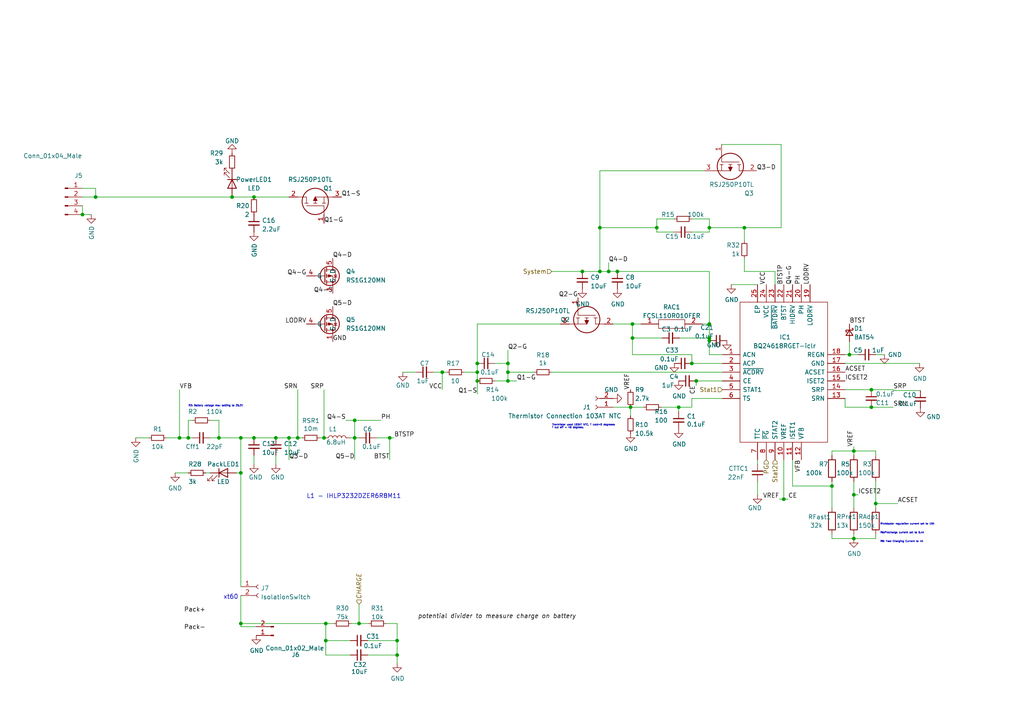
<source format=kicad_sch>
(kicad_sch (version 20211123) (generator eeschema)
  (paper "A4")
  (lib_symbols
    (symbol "Connector:Conn_01x02_Female" (pin_names (offset 1.016) hide)
      (property "Reference" "J" (at 0 2.54 0))
      (property "Value" "Conn_01x02_Female" (at 0 -5.08 0))
      (symbol "Conn_01x02_Female_1_1"
        (arc (start 0 -2.032) (mid -0.508 -2.54) (end 0 -3.048) (stroke (width 0.1524)))
        (polyline (pts (xy -1.27 -2.54) (xy -0.508 -2.54)) (stroke (width 0.1524)))
        (polyline (pts (xy -1.27 0) (xy -0.508 0)) (stroke (width 0.1524)))
        (arc (start 0 0.508) (mid -0.508 0) (end 0 -0.508) (stroke (width 0.1524)))
        (pin passive line (at -5.08 0 0) (length 3.81) (name "Pin_1") (number "1"))
        (pin passive line (at -5.08 -2.54 0) (length 3.81) (name "Pin_2") (number "2"))
      )
    )
    (symbol "Connector:Conn_01x02_Male" (pin_names (offset 1.016) hide)
      (property "Reference" "J" (at 0 2.54 0))
      (property "Value" "Conn_01x02_Male" (at 0 -5.08 0))
      (symbol "Conn_01x02_Male_1_1"
        (polyline (pts (xy 1.27 -2.54) (xy 0.8636 -2.54)) (stroke (width 0.1524)))
        (polyline (pts (xy 1.27 0) (xy 0.8636 0)) (stroke (width 0.1524)))
        (rectangle (start 0.8636 -2.413) (end 0 -2.667) (stroke (width 0.1524)) (fill (type outline)))
        (rectangle (start 0.8636 0.127) (end 0 -0.127) (stroke (width 0.1524)) (fill (type outline)))
        (pin passive line (at 5.08 0 180) (length 3.81) (name "Pin_1") (number "1"))
        (pin passive line (at 5.08 -2.54 180) (length 3.81) (name "Pin_2") (number "2"))
      )
    )
    (symbol "Connector:Conn_01x04_Male" (pin_names (offset 1.016) hide)
      (property "Reference" "J" (at 0 5.08 0))
      (property "Value" "Conn_01x04_Male" (at 0 -7.62 0))
      (symbol "Conn_01x04_Male_1_1"
        (polyline (pts (xy 1.27 -5.08) (xy 0.8636 -5.08)) (stroke (width 0.1524)))
        (polyline (pts (xy 1.27 -2.54) (xy 0.8636 -2.54)) (stroke (width 0.1524)))
        (polyline (pts (xy 1.27 0) (xy 0.8636 0)) (stroke (width 0.1524)))
        (polyline (pts (xy 1.27 2.54) (xy 0.8636 2.54)) (stroke (width 0.1524)))
        (rectangle (start 0.8636 -4.953) (end 0 -5.207) (stroke (width 0.1524)) (fill (type outline)))
        (rectangle (start 0.8636 -2.413) (end 0 -2.667) (stroke (width 0.1524)) (fill (type outline)))
        (rectangle (start 0.8636 0.127) (end 0 -0.127) (stroke (width 0.1524)) (fill (type outline)))
        (rectangle (start 0.8636 2.667) (end 0 2.413) (stroke (width 0.1524)) (fill (type outline)))
        (pin passive line (at 5.08 2.54 180) (length 3.81) (name "Pin_1") (number "1"))
        (pin passive line (at 5.08 0 180) (length 3.81) (name "Pin_2") (number "2"))
        (pin passive line (at 5.08 -2.54 180) (length 3.81) (name "Pin_3") (number "3"))
        (pin passive line (at 5.08 -5.08 180) (length 3.81) (name "Pin_4") (number "4"))
      )
    )
    (symbol "Device:C_Small" (pin_numbers hide) (pin_names (offset 0.254) hide)
      (property "Reference" "C" (at 0.254 1.778 0))
      (property "Value" "C_Small" (at 0.254 -2.032 0))
      (symbol "C_Small_0_1"
        (polyline (pts (xy -1.524 -0.508) (xy 1.524 -0.508)) (stroke (width 0.3302)))
        (polyline (pts (xy -1.524 0.508) (xy 1.524 0.508)) (stroke (width 0.3048)))
      )
      (symbol "C_Small_1_1"
        (pin passive line (at 0 2.54 270) (length 2.032) (name "~") (number "1"))
        (pin passive line (at 0 -2.54 90) (length 2.032) (name "~") (number "2"))
      )
    )
    (symbol "Device:D_Schottky_Small" (pin_numbers hide) (pin_names (offset 0.254) hide)
      (property "Reference" "D" (at -1.27 2.032 0))
      (property "Value" "D_Schottky_Small" (at -7.112 -2.032 0))
      (symbol "D_Schottky_Small_0_1"
        (polyline (pts (xy -0.762 0) (xy 0.762 0)))
        (polyline (pts (xy 0.762 -1.016) (xy -0.762 0) (xy 0.762 1.016) (xy 0.762 -1.016)) (stroke (width 0.254)))
        (polyline (pts (xy -1.27 0.762) (xy -1.27 1.016) (xy -0.762 1.016) (xy -0.762 -1.016) (xy -0.254 -1.016) (xy -0.254 -0.762)) (stroke (width 0.254)))
      )
      (symbol "D_Schottky_Small_1_1"
        (pin passive line (at -2.54 0 0) (length 1.778) (name "K") (number "1"))
        (pin passive line (at 2.54 0 180) (length 1.778) (name "A") (number "2"))
      )
    )
    (symbol "Device:L" (pin_numbers hide) (pin_names (offset 1.016) hide)
      (property "Reference" "L" (at -1.27 0 90))
      (property "Value" "L" (at 1.905 0 90))
      (symbol "L_0_1"
        (arc (start 0 -2.54) (mid 0.635 -1.905) (end 0 -1.27))
        (arc (start 0 -1.27) (mid 0.635 -0.635) (end 0 0))
        (arc (start 0 0) (mid 0.635 0.635) (end 0 1.27))
        (arc (start 0 1.27) (mid 0.635 1.905) (end 0 2.54))
      )
      (symbol "L_1_1"
        (pin passive line (at 0 3.81 270) (length 1.27) (name "1") (number "1"))
        (pin passive line (at 0 -3.81 90) (length 1.27) (name "2") (number "2"))
      )
    )
    (symbol "Device:LED" (pin_numbers hide) (pin_names (offset 1.016) hide)
      (property "Reference" "D" (at 0 2.54 0))
      (property "Value" "LED" (at 0 -2.54 0))
      (symbol "LED_0_1"
        (polyline (pts (xy -1.27 -1.27) (xy -1.27 1.27)) (stroke (width 0.254)))
        (polyline (pts (xy -1.27 0) (xy 1.27 0)))
        (polyline (pts (xy 1.27 -1.27) (xy 1.27 1.27) (xy -1.27 0) (xy 1.27 -1.27)) (stroke (width 0.254)))
        (polyline (pts (xy -3.048 -0.762) (xy -4.572 -2.286) (xy -3.81 -2.286) (xy -4.572 -2.286) (xy -4.572 -1.524)))
        (polyline (pts (xy -1.778 -0.762) (xy -3.302 -2.286) (xy -2.54 -2.286) (xy -3.302 -2.286) (xy -3.302 -1.524)))
      )
      (symbol "LED_1_1"
        (pin passive line (at -3.81 0 0) (length 2.54) (name "K") (number "1"))
        (pin passive line (at 3.81 0 180) (length 2.54) (name "A") (number "2"))
      )
    )
    (symbol "Device:R" (pin_numbers hide) (pin_names (offset 0))
      (property "Reference" "R" (at 2.032 0 90))
      (property "Value" "R" (at 0 0 90))
      (symbol "R_0_1"
        (rectangle (start -1.016 -2.54) (end 1.016 2.54) (stroke (width 0.254)))
      )
      (symbol "R_1_1"
        (pin passive line (at 0 3.81 270) (length 1.27) (name "~") (number "1"))
        (pin passive line (at 0 -3.81 90) (length 1.27) (name "~") (number "2"))
      )
    )
    (symbol "Device:R_Small" (pin_numbers hide) (pin_names (offset 0.254) hide)
      (property "Reference" "R" (at 0.762 0.508 0))
      (property "Value" "R_Small" (at 0.762 -1.016 0))
      (symbol "R_Small_0_1"
        (rectangle (start -0.762 1.778) (end 0.762 -1.778) (stroke (width 0.2032)))
      )
      (symbol "R_Small_1_1"
        (pin passive line (at 0 2.54 270) (length 0.762) (name "~") (number "1"))
        (pin passive line (at 0 -2.54 90) (length 0.762) (name "~") (number "2"))
      )
    )
    (symbol "iclr:BQ24618RGET-iclr" (pin_names (offset 0.762))
      (property "Reference" "IC" (at 31.75 20.32 0))
      (property "Value" "BQ24618RGET-iclr" (at 31.75 17.78 0))
      (symbol "BQ24618RGET-iclr_0_0"
        (pin passive line (at 0 0 0) (length 5.08) (name "ACN") (number "1"))
        (pin passive line (at 17.78 -30.48 90) (length 5.08) (name "VREF") (number "10"))
        (pin passive line (at 20.32 -30.48 90) (length 5.08) (name "ISET1") (number "11"))
        (pin passive line (at 22.86 -30.48 90) (length 5.08) (name "VFB") (number "12"))
        (pin passive line (at 35.56 -12.7 180) (length 5.08) (name "SRN") (number "13"))
        (pin passive line (at 35.56 -10.16 180) (length 5.08) (name "SRP") (number "14"))
        (pin passive line (at 35.56 -7.62 180) (length 5.08) (name "ISET2") (number "15"))
        (pin passive line (at 35.56 -5.08 180) (length 5.08) (name "ACSET") (number "16"))
        (pin passive line (at 35.56 -2.54 180) (length 5.08) (name "GND") (number "17"))
        (pin passive line (at 35.56 0 180) (length 5.08) (name "REGN") (number "18"))
        (pin passive line (at 25.4 20.32 270) (length 5.08) (name "LODRV") (number "19"))
        (pin passive line (at 0 -2.54 0) (length 5.08) (name "ACP") (number "2"))
        (pin passive line (at 22.86 20.32 270) (length 5.08) (name "PH") (number "20"))
        (pin passive line (at 20.32 20.32 270) (length 5.08) (name "HIDRV") (number "21"))
        (pin passive line (at 17.78 20.32 270) (length 5.08) (name "BTST") (number "22"))
        (pin passive line (at 15.24 20.32 270) (length 5.08) (name "~{BATDRV}") (number "23"))
        (pin passive line (at 12.7 20.32 270) (length 5.08) (name "VCC") (number "24"))
        (pin passive line (at 10.16 20.32 270) (length 5.08) (name "EP") (number "25"))
        (pin passive line (at 0 -5.08 0) (length 5.08) (name "~{ACDRV}") (number "3"))
        (pin passive line (at 0 -7.62 0) (length 5.08) (name "CE") (number "4"))
        (pin passive line (at 0 -10.16 0) (length 5.08) (name "STAT1") (number "5"))
        (pin passive line (at 0 -12.7 0) (length 5.08) (name "TS") (number "6"))
        (pin passive line (at 10.16 -30.48 90) (length 5.08) (name "TTC") (number "7"))
        (pin passive line (at 12.7 -30.48 90) (length 5.08) (name "~{PG}") (number "8"))
        (pin passive line (at 15.24 -30.48 90) (length 5.08) (name "STAT2") (number "9"))
      )
      (symbol "BQ24618RGET-iclr_0_1"
        (polyline (pts (xy 5.08 15.24) (xy 30.48 15.24) (xy 30.48 -25.4) (xy 5.08 -25.4) (xy 5.08 15.24)) (stroke (width 0.1524)))
      )
    )
    (symbol "iclr:FCSL110R010FER" (pin_names (offset 0.762))
      (property "Reference" "R" (at 13.97 6.35 0))
      (property "Value" "FCSL110R010FER" (at 13.97 3.81 0))
      (symbol "FCSL110R010FER_0_0"
        (pin passive line (at 0 0 0) (length 5.08) (name "~") (number "1"))
        (pin passive line (at 17.78 0 180) (length 5.08) (name "~") (number "2"))
      )
      (symbol "FCSL110R010FER_0_1"
        (polyline (pts (xy 5.08 1.27) (xy 12.7 1.27) (xy 12.7 -1.27) (xy 5.08 -1.27) (xy 5.08 1.27)) (stroke (width 0.1524)))
      )
    )
    (symbol "iclr:RS1G120MN"
      (property "Reference" "Q" (at 5.08 -13.97 0))
      (property "Value" "RS1G120MN" (at 10.16 -16.51 0))
      (symbol "RS1G120MN_0_1"
        (polyline (pts (xy -1.016 -15.24) (xy -3.81 -15.24)))
        (polyline (pts (xy -1.016 -13.335) (xy -1.016 -17.145)) (stroke (width 0.254)))
        (polyline (pts (xy -0.508 -16.51) (xy -0.508 -17.526)) (stroke (width 0.254)))
        (polyline (pts (xy -0.508 -14.732) (xy -0.508 -15.748)) (stroke (width 0.254)))
        (polyline (pts (xy -0.508 -12.954) (xy -0.508 -13.97)) (stroke (width 0.254)))
        (polyline (pts (xy 1.27 -12.7) (xy 1.27 -13.462)))
        (polyline (pts (xy 1.27 -17.78) (xy 1.27 -15.24) (xy -0.508 -15.24)))
        (polyline (pts (xy -0.508 -13.462) (xy 2.032 -13.462) (xy 2.032 -17.018) (xy -0.508 -17.018)))
        (polyline (pts (xy 1.016 -15.24) (xy 0 -14.859) (xy 0 -15.621) (xy 1.016 -15.24)) (fill (type outline)))
        (polyline (pts (xy 1.524 -15.748) (xy 1.651 -15.621) (xy 2.413 -15.621) (xy 2.54 -15.494)))
        (polyline (pts (xy 2.032 -15.621) (xy 1.651 -14.986) (xy 2.413 -14.986) (xy 2.032 -15.621)))
        (circle (center 0.381 -15.24) (radius 2.794) (stroke (width 0.254)))
        (circle (center 1.27 -17.018) (radius 0.254) (fill (type outline)))
        (circle (center 1.27 -13.462) (radius 0.254) (fill (type outline)))
      )
      (symbol "RS1G120MN_1_1"
        (pin passive line (at 1.27 -20.32 90) (length 2.54) (name "S") (number "1"))
        (pin passive line (at 1.27 -20.32 90) (length 2.54) hide (name "S") (number "2"))
        (pin passive line (at 1.27 -20.32 90) (length 2.54) hide (name "S") (number "3"))
        (pin input line (at -6.35 -15.24 0) (length 2.54) (name "G") (number "4"))
        (pin passive line (at 1.27 -10.16 270) (length 2.54) (name "D") (number "5"))
        (pin passive line (at 1.27 -10.16 270) (length 2.54) hide (name "D") (number "6"))
        (pin passive line (at 1.27 -10.16 270) (length 2.54) hide (name "D") (number "7"))
        (pin passive line (at 1.27 -10.16 270) (length 2.54) hide (name "D") (number "8"))
        (pin passive line (at 1.27 -10.16 270) (length 2.54) hide (name "D") (number "9"))
      )
    )
    (symbol "iclr:RSJ250P10TL" (pin_names (offset 0.762))
      (property "Reference" "Q" (at 11.43 3.81 0))
      (property "Value" "RSJ250P10TL" (at 11.43 1.27 0))
      (symbol "RSJ250P10TL_0_0"
        (pin passive line (at 0 0 0) (length 2.54) (name "~") (number "1"))
        (pin passive line (at 7.62 10.16 270) (length 2.54) (name "~") (number "2"))
        (pin passive line (at 7.62 -5.08 90) (length 2.54) (name "~") (number "3"))
      )
      (symbol "RSJ250P10TL_0_1"
        (polyline (pts (xy 5.842 -0.508) (xy 5.842 0.508)) (stroke (width 0.1524)))
        (polyline (pts (xy 5.842 0) (xy 7.62 0)) (stroke (width 0.1524)))
        (polyline (pts (xy 5.842 2.032) (xy 5.842 3.048)) (stroke (width 0.1524)))
        (polyline (pts (xy 5.842 5.588) (xy 5.842 4.572)) (stroke (width 0.1524)))
        (polyline (pts (xy 7.62 2.54) (xy 5.842 2.54)) (stroke (width 0.1524)))
        (polyline (pts (xy 7.62 2.54) (xy 7.62 -2.54)) (stroke (width 0.1524)))
        (polyline (pts (xy 7.62 5.08) (xy 5.842 5.08)) (stroke (width 0.1524)))
        (polyline (pts (xy 7.62 5.08) (xy 7.62 7.62)) (stroke (width 0.1524)))
        (polyline (pts (xy 2.54 0) (xy 5.08 0) (xy 5.08 5.08)) (stroke (width 0.1524)))
        (polyline (pts (xy 7.62 2.54) (xy 6.604 3.048) (xy 6.604 2.032) (xy 7.62 2.54)) (stroke (width 0.254)) (fill (type outline)))
        (circle (center 6.35 2.54) (radius 3.81) (stroke (width 0.254)))
      )
    )
    (symbol "power:GND" (power) (pin_names (offset 0))
      (property "Value" "GND" (at 0 -3.81 0))
      (symbol "GND_0_1"
        (polyline (pts (xy 0 0) (xy 0 -1.27) (xy 1.27 -1.27) (xy 0 -2.54) (xy -1.27 -1.27) (xy 0 -1.27)))
      )
      (symbol "GND_1_1"
        (pin power_in line (at 0 0 270) (length 0) hide (name "GND") (number "1"))
      )
    )
  )
  (junction (at 247.65 130.81))
  (junction (at 102.87 121.92))
  (junction (at 138.43 105.41))
  (junction (at 252.73 118.11))
  (junction (at 183.4388 93.98))
  (junction (at 27.7368 57.15))
  (junction (at 205.74 93.98))
  (junction (at 254 146.05))
  (junction (at 138.43 107.95))
  (junction (at 80.01 127))
  (junction (at 128.27 107.95))
  (junction (at 252.73 113.03))
  (junction (at 147.32 110.49))
  (junction (at 138.43 110.49))
  (junction (at 69.85 137.16))
  (junction (at 69.85 127))
  (junction (at 94.488 185.801))
  (junction (at 241.3 140.97))
  (junction (at 73.66 127))
  (junction (at 147.32 107.95))
  (junction (at 63.5 127))
  (junction (at 102.87 127))
  (junction (at 247.65 143.51))
  (junction (at 23.9268 62.23))
  (junction (at 182.88 118.11))
  (junction (at 227.33 144.78))
  (junction (at 147.32 105.41))
  (junction (at 52.07 127))
  (junction (at 215.9 66.04))
  (junction (at 176.53 78.74))
  (junction (at 201.93 110.49))
  (junction (at 168.91 78.74))
  (junction (at 115.189 185.801))
  (junction (at 247.65 156.21))
  (junction (at 246.38 102.87))
  (junction (at 205.74 98.806))
  (junction (at 173.99 66.04))
  (junction (at 183.4388 98.044))
  (junction (at 69.85 180.848))
  (junction (at 104.14 180.848))
  (junction (at 205.74 98.044))
  (junction (at 86.36 127))
  (junction (at 73.66 57.15))
  (junction (at 179.07 78.74))
  (junction (at 113.03 127))
  (junction (at 94.488 180.848))
  (junction (at 67.31 57.15))
  (junction (at 54.61 127))
  (junction (at 200.66 105.41))
  (junction (at 115.189 189.992))
  (junction (at 173.99 78.74))
  (junction (at 83.82 127))
  (junction (at 190.5 66.04))
  (junction (at 205.74 66.04))
  (junction (at 93.98 127))
  (junction (at 196.85 118.11))
  (wire (pts (xy 48.26 127) (xy 52.07 127)))
  (wire (pts (xy 241.3 139.7) (xy 241.3 140.97)))
  (wire (pts (xy 224.79 78.74) (xy 215.9 78.74)))
  (wire (pts (xy 138.43 114.3) (xy 138.43 110.49)))
  (wire (pts (xy 183.4388 93.98) (xy 185.928 93.98)))
  (wire (pts (xy 69.85 180.848) (xy 94.488 180.848)))
  (wire (pts (xy 128.27 107.95) (xy 129.54 107.95)))
  (wire (pts (xy 224.79 78.74) (xy 224.79 82.55)))
  (wire (pts (xy 227.33 133.35) (xy 227.33 144.78)))
  (wire (pts (xy 80.01 127) (xy 83.82 127)))
  (wire (pts (xy 69.85 127) (xy 69.85 137.16)))
  (wire (pts (xy 69.85 127) (xy 73.66 127)))
  (wire (pts (xy 147.32 105.41) (xy 147.32 107.95)))
  (wire (pts (xy 246.38 102.87) (xy 248.92 102.87)))
  (wire (pts (xy 168.91 78.74) (xy 173.99 78.74)))
  (wire (pts (xy 252.73 118.11) (xy 259.08 118.11)))
  (wire (pts (xy 212.09 82.55) (xy 219.71 82.55)))
  (wire (pts (xy 138.43 110.49) (xy 138.43 107.95)))
  (wire (pts (xy 254 156.21) (xy 254 154.94)))
  (wire (pts (xy 143.51 110.49) (xy 147.32 110.49)))
  (wire (pts (xy 182.88 120.65) (xy 182.88 118.11)))
  (wire (pts (xy 143.51 105.41) (xy 147.32 105.41)))
  (wire (pts (xy 50.8 137.16) (xy 54.61 137.16)))
  (wire (pts (xy 190.5 66.04) (xy 190.5 67.31)))
  (wire (pts (xy 205.74 78.74) (xy 205.74 93.98)))
  (wire (pts (xy 200.66 105.41) (xy 209.55 105.41)))
  (wire (pts (xy 173.99 66.04) (xy 173.99 78.74)))
  (wire (pts (xy 245.11 113.03) (xy 252.73 113.03)))
  (wire (pts (xy 59.69 137.16) (xy 60.96 137.16)))
  (wire (pts (xy 247.65 143.51) (xy 247.65 147.32)))
  (wire (pts (xy 186.69 118.11) (xy 182.88 118.11)))
  (wire (pts (xy 209.55 115.57) (xy 200.66 115.57)))
  (wire (pts (xy 52.07 113.03) (xy 52.07 127)))
  (wire (pts (xy 94.488 189.992) (xy 101.6 189.992)))
  (wire (pts (xy 219.71 133.35) (xy 219.71 134.62)))
  (wire (pts (xy 104.14 175.26) (xy 104.14 180.848)))
  (wire (pts (xy 183.4388 93.98) (xy 183.4388 98.044)))
  (wire (pts (xy 73.66 127) (xy 80.01 127)))
  (wire (pts (xy 200.66 102.87) (xy 183.4388 102.87)))
  (wire (pts (xy 215.9 66.04) (xy 215.9 69.85)))
  (wire (pts (xy 102.87 127) (xy 104.14 127)))
  (wire (pts (xy 247.65 143.51) (xy 248.92 143.51)))
  (wire (pts (xy 113.03 127) (xy 114.3 127)))
  (wire (pts (xy 100.33 121.92) (xy 102.87 121.92)))
  (wire (pts (xy 69.85 180.848) (xy 69.85 181.7624)))
  (wire (pts (xy 116.84 107.95) (xy 120.65 107.95)))
  (wire (pts (xy 149.86 110.49) (xy 147.32 110.49)))
  (wire (pts (xy 215.9 74.93) (xy 215.9 78.74)))
  (wire (pts (xy 55.88 127) (xy 54.61 127)))
  (wire (pts (xy 106.68 185.801) (xy 115.189 185.801)))
  (wire (pts (xy 241.3 140.97) (xy 241.3 147.32)))
  (wire (pts (xy 27.7368 54.61) (xy 27.7368 57.15)))
  (wire (pts (xy 176.53 78.74) (xy 179.07 78.74)))
  (wire (pts (xy 86.36 127) (xy 87.63 127)))
  (wire (pts (xy 93.98 113.03) (xy 93.98 127)))
  (wire (pts (xy 23.9268 54.61) (xy 27.7368 54.61)))
  (wire (pts (xy 247.65 139.7) (xy 247.65 143.51)))
  (wire (pts (xy 94.488 180.848) (xy 94.488 185.801)))
  (wire (pts (xy 73.66 132.08) (xy 73.66 134.62)))
  (wire (pts (xy 241.3 130.81) (xy 241.3 132.08)))
  (wire (pts (xy 23.9268 62.23) (xy 26.4668 62.23)))
  (wire (pts (xy 200.66 63.5) (xy 205.74 63.5)))
  (wire (pts (xy 160.02 78.74) (xy 168.91 78.74)))
  (wire (pts (xy 245.11 102.87) (xy 246.38 102.87)))
  (wire (pts (xy 226.06 144.78) (xy 227.33 144.78)))
  (wire (pts (xy 229.87 140.97) (xy 229.87 133.35)))
  (wire (pts (xy 69.85 137.16) (xy 69.85 170.18)))
  (wire (pts (xy 200.66 118.11) (xy 196.85 118.11)))
  (wire (pts (xy 83.82 127) (xy 83.82 133.35)))
  (wire (pts (xy 245.11 115.57) (xy 245.11 118.11)))
  (wire (pts (xy 63.5 127) (xy 69.85 127)))
  (wire (pts (xy 125.73 107.95) (xy 128.27 107.95)))
  (wire (pts (xy 203.708 93.98) (xy 205.74 93.98)))
  (wire (pts (xy 67.31 57.15) (xy 73.66 57.15)))
  (wire (pts (xy 23.9268 59.69) (xy 23.9268 62.23)))
  (wire (pts (xy 52.07 127) (xy 54.61 127)))
  (wire (pts (xy 227.33 144.78) (xy 228.6 144.78)))
  (wire (pts (xy 60.96 121.92) (xy 63.5 121.92)))
  (wire (pts (xy 173.99 66.04) (xy 190.5 66.04)))
  (wire (pts (xy 254 130.81) (xy 247.65 130.81)))
  (wire (pts (xy 197.104 98.044) (xy 205.74 98.044)))
  (wire (pts (xy 177.8 93.98) (xy 183.4388 93.98)))
  (wire (pts (xy 179.07 78.74) (xy 205.74 78.74)))
  (wire (pts (xy 219.71 139.7) (xy 219.71 143.51)))
  (wire (pts (xy 112.014 180.848) (xy 115.189 180.848)))
  (wire (pts (xy 254 132.08) (xy 254 130.81)))
  (wire (pts (xy 69.85 181.7624) (xy 74.3204 181.7624)))
  (wire (pts (xy 115.189 185.801) (xy 115.189 189.992)))
  (wire (pts (xy 173.99 49.53) (xy 173.99 66.04)))
  (wire (pts (xy 138.43 93.98) (xy 138.43 105.41)))
  (wire (pts (xy 94.488 185.801) (xy 94.488 189.992)))
  (wire (pts (xy 27.7368 57.15) (xy 67.31 57.15)))
  (wire (pts (xy 195.58 63.5) (xy 190.5 63.5)))
  (wire (pts (xy 190.5 63.5) (xy 190.5 66.04)))
  (wire (pts (xy 23.9268 57.15) (xy 27.7368 57.15)))
  (wire (pts (xy 247.65 132.08) (xy 247.65 130.81)))
  (wire (pts (xy 205.74 63.5) (xy 205.74 66.04)))
  (wire (pts (xy 115.189 180.848) (xy 115.189 185.801)))
  (wire (pts (xy 205.74 93.98) (xy 205.74 98.044)))
  (wire (pts (xy 200.66 67.31) (xy 205.74 67.31)))
  (wire (pts (xy 241.3 154.94) (xy 241.3 156.21)))
  (wire (pts (xy 69.85 172.72) (xy 69.85 180.848)))
  (wire (pts (xy 94.488 185.801) (xy 101.6 185.801)))
  (wire (pts (xy 205.74 66.04) (xy 215.9 66.04)))
  (wire (pts (xy 176.53 76.2) (xy 176.53 78.74)))
  (wire (pts (xy 106.68 189.992) (xy 115.189 189.992)))
  (wire (pts (xy 92.71 127) (xy 93.98 127)))
  (wire (pts (xy 260.35 146.05) (xy 254 146.05)))
  (wire (pts (xy 134.62 107.95) (xy 138.43 107.95)))
  (wire (pts (xy 177.8 118.11) (xy 182.88 118.11)))
  (wire (pts (xy 241.3 156.21) (xy 247.65 156.21)))
  (wire (pts (xy 254 102.87) (xy 256.54 102.87)))
  (wire (pts (xy 246.38 99.06) (xy 246.38 102.87)))
  (wire (pts (xy 201.93 110.49) (xy 209.55 110.49)))
  (wire (pts (xy 104.14 180.848) (xy 106.934 180.848)))
  (wire (pts (xy 73.66 57.15) (xy 83.82 57.15)))
  (wire (pts (xy 63.5 121.92) (xy 63.5 127)))
  (wire (pts (xy 205.74 66.04) (xy 205.74 67.31)))
  (wire (pts (xy 205.74 98.806) (xy 205.74 102.87)))
  (wire (pts (xy 63.5 127) (xy 60.96 127)))
  (wire (pts (xy 200.66 115.57) (xy 200.66 118.11)))
  (wire (pts (xy 94.488 180.848) (xy 96.774 180.848)))
  (wire (pts (xy 173.99 78.74) (xy 176.53 78.74)))
  (wire (pts (xy 54.61 121.92) (xy 54.61 127)))
  (wire (pts (xy 192.024 98.044) (xy 183.4388 98.044)))
  (wire (pts (xy 201.93 110.49) (xy 201.93 111.76)))
  (wire (pts (xy 245.11 118.11) (xy 252.73 118.11)))
  (wire (pts (xy 196.85 118.11) (xy 191.77 118.11)))
  (wire (pts (xy 245.11 105.41) (xy 266.7 105.41)))
  (wire (pts (xy 83.82 127) (xy 86.36 127)))
  (wire (pts (xy 113.03 127) (xy 113.03 133.35)))
  (wire (pts (xy 138.43 93.98) (xy 162.56 93.98)))
  (wire (pts (xy 102.87 121.92) (xy 110.49 121.92)))
  (wire (pts (xy 160.02 107.95) (xy 209.55 107.95)))
  (wire (pts (xy 247.65 156.21) (xy 254 156.21)))
  (wire (pts (xy 138.43 107.95) (xy 138.43 105.41)))
  (wire (pts (xy 147.32 110.49) (xy 147.32 107.95)))
  (wire (pts (xy 102.87 127) (xy 102.87 133.35)))
  (wire (pts (xy 86.36 127) (xy 86.36 113.03)))
  (wire (pts (xy 196.85 118.11) (xy 196.85 119.38)))
  (wire (pts (xy 101.854 180.848) (xy 104.14 180.848)))
  (wire (pts (xy 147.32 101.6) (xy 147.32 105.41)))
  (wire (pts (xy 55.88 121.92) (xy 54.61 121.92)))
  (wire (pts (xy 241.3 140.97) (xy 229.87 140.97)))
  (wire (pts (xy 226.568 66.04) (xy 215.9 66.04)))
  (wire (pts (xy 183.4388 98.044) (xy 183.4388 102.87)))
  (wire (pts (xy 252.73 113.03) (xy 259.08 113.03)))
  (wire (pts (xy 209.296 41.91) (xy 226.568 41.91)))
  (wire (pts (xy 147.32 107.95) (xy 154.94 107.95)))
  (wire (pts (xy 247.65 154.94) (xy 247.65 156.21)))
  (wire (pts (xy 226.568 41.91) (xy 226.568 66.04)))
  (wire (pts (xy 102.87 121.92) (xy 102.87 127)))
  (wire (pts (xy 266.954 113.284) (xy 259.08 113.284)))
  (wire (pts (xy 80.01 132.08) (xy 80.01 134.62)))
  (wire (pts (xy 205.74 98.044) (xy 205.74 98.806)))
  (wire (pts (xy 259.08 113.284) (xy 259.08 113.03)))
  (wire (pts (xy 247.65 130.81) (xy 241.3 130.81)))
  (wire (pts (xy 43.18 127) (xy 39.37 127)))
  (wire (pts (xy 101.6 127) (xy 102.87 127)))
  (wire (pts (xy 200.66 102.87) (xy 200.66 105.41)))
  (wire (pts (xy 190.5 67.31) (xy 195.58 67.31)))
  (wire (pts (xy 173.99 49.53) (xy 204.216 49.53)))
  (wire (pts (xy 109.22 127) (xy 113.03 127)))
  (wire (pts (xy 247.65 129.54) (xy 247.65 130.81)))
  (wire (pts (xy 254 139.7) (xy 254 146.05)))
  (wire (pts (xy 128.27 107.95) (xy 128.27 113.03)))
  (wire (pts (xy 254 146.05) (xy 254 147.32)))
  (wire (pts (xy 209.55 102.87) (xy 205.74 102.87)))
  (wire (pts (xy 115.189 189.992) (xy 115.189 192.405)))
  (wire (pts (xy 68.58 137.16) (xy 69.85 137.16)))
  (text "R2: Battery voltage max setting to 25.2V\n" (at 54.61 118.11 0) (effects (font (size 0.5 0.5)) (justify left bottom)))
  (text "R4:Adapter regulation current set to 10A" (at 255.27 152.4 0) (effects (font (size 0.5 0.5)) (justify left bottom)))
  (text "L1 - IHLP3232DZER6R8M11 " (at 88.9 144.78 0) (effects (font (size 1.27 1.27)) (justify left bottom)))
  (text "R8: Fast Charging Current to 4A" (at 255.27 157.48 0) (effects (font (size 0.5 0.5)) (justify left bottom)))
  (text "Thermistor used 103AT NTC. T cold=0 degreees\nT cut off = 45 degrees. \n" (at 160.02 124.46 0) (effects (font (size 0.5 0.5)) (justify left bottom)))
  (text "R6:Precharge current set to 0.4A" (at 255.27 154.94 0) (effects (font (size 0.5 0.5)) (justify left bottom)))
  (text "xt60\n" (at 64.77 173.99 0) (effects (font (size 1.27 1.27)) (justify left bottom)))
  (label "Q1-S" (at 138.43 114.3 180))
  (label "SRP" (at 259.08 113.03 0))
  (label "VREF" (at 247.65 129.54 90))
  (label "Pack+" (at 53.34 177.8 0))
  (label "BTSTP" (at 227.33 82.55 90))
  (label "PH" (at 232.41 82.55 90))
  (label "VREF" (at 182.88 113.03 90))
  (label "Q1-G" (at 93.98 64.77 0))
  (label "Pack-" (at 53.34 182.88 0))
  (label "Q1-G" (at 149.86 110.49 0))
  (label "ICSET2" (at 248.92 143.51 0))
  (label "GND" (at 96.52 99.06 0))
  (label "ICSET2" (at 245.11 110.49 0))
  (label "LODRV" (at 88.9 93.98 180))
  (label "VFB" (at 52.07 113.03 0))
  (label "VFB" (at 232.41 133.35 270))
  (label "Q3-D" (at 219.456 49.53 0))
  (label "Q3-D" (at 83.82 133.35 0))
  (label "CE" (at 201.93 111.76 270))
  (label "SRP" (at 93.98 113.03 180))
  (label "Q4-S" (at 96.52 85.09 180))
  (label "PH" (at 110.49 121.92 0))
  (label "ACSET" (at 260.35 146.05 0))
  (label "SRN" (at 86.36 113.03 180))
  (label "VCC" (at 128.27 113.03 180))
  (label "Q2-G" (at 147.32 101.6 0))
  (label "potential divider to measure charge on battery" (at 121.158 179.705 0) (effects (font italic)))
  (label "BTST" (at 246.38 93.98 0))
  (label "Q1-S" (at 99.06 57.15 0))
  (label "Q2-G" (at 167.64 86.36 180))
  (label "LODRV" (at 234.95 82.55 90))
  (label "Q5-D" (at 96.52 88.9 0))
  (label "Q4-D" (at 96.52 74.93 0))
  (label "Q4-G" (at 88.9 80.01 180))
  (label "VCC" (at 222.25 82.55 90))
  (label "Q4-S" (at 100.33 121.92 180))
  (label "ACSET" (at 245.11 107.95 0))
  (label "VREF" (at 226.06 144.78 180))
  (label "BTST" (at 113.03 133.35 180))
  (label "Q4-D" (at 176.53 76.2 0))
  (label "Q5-D" (at 102.87 133.35 180))
  (label "Q4-G" (at 229.87 82.55 90))
  (label "SRN" (at 259.08 118.11 0))
  (label "BTSTP" (at 114.3 127 0))
  (label "CE" (at 228.6 144.78 0))
  (hierarchical_label "Stat1" (shape input) (at 209.55 113.03 180))
  (hierarchical_label "System" (shape input) (at 160.02 78.74 180))
  (hierarchical_label "Stat2" (shape input) (at 224.79 133.35 270))
  (hierarchical_label "CHARGE" (shape input) (at 104.14 175.26 90) (effects (font italic)))
  (hierarchical_label "PG" (shape input) (at 222.25 133.35 270))
  (symbol (lib_id "power:GND") (at 196.85 110.49 0) (unit 1)
    (property "Reference" "#PWR0125" (effects hide))
    (property "Value" "GND" (at 196.977 114.8842 0))
  )
  (symbol (lib_id "power:GND") (at 210.82 98.806 0) (unit 1)
    (property "Reference" "#PWR0133" (effects hide))
    (property "Value" "GND" (at 207.01 100.076 0))
  )
  (symbol (lib_id "power:GND") (at 219.71 143.51 0) (unit 1)
    (property "Reference" "#PWR0127" (effects hide))
    (property "Value" "GND" (at 220.98 147.32 0) (effects (justify right)))
  )
  (symbol (lib_id "Device:R_Small") (at 189.23 118.11 270) (unit 1)
    (property "Reference" "R16" (at 191.77 119.38 90))
    (property "Value" "100" (at 191.77 121.92 90))
    (property "Footprint" "Resistor_SMD:R_0603_1608Metric" (effects hide))
  )
  (symbol (lib_id "Device:R_Small") (at 182.88 123.19 180) (unit 1)
    (property "Reference" "R10" (at 184.15 123.19 0) (effects (justify right)))
    (property "Value" "10.5k" (at 184.15 125.73 0) (effects (justify right)))
    (property "Footprint" "Resistor_SMD:R_0603_1608Metric" (effects hide))
  )
  (symbol (lib_id "Device:R_Small") (at 182.88 115.57 180) (unit 1)
    (property "Reference" "R9" (at 184.15 113.03 0) (effects (justify right)))
    (property "Value" "2.7k" (at 184.15 115.57 0) (effects (justify right)))
    (property "Footprint" "Resistor_SMD:R_0603_1608Metric" (effects hide))
  )
  (symbol (lib_id "Device:C_Small") (at 196.85 121.92 0) (unit 1)
    (property "Reference" "C1" (at 199.1868 120.7516 0) (effects (justify left)))
    (property "Value" "0.1uF" (at 199.1868 123.063 0) (effects (justify left)))
    (property "Footprint" "Capacitor_SMD:C_0603_1608Metric" (effects hide))
  )
  (symbol (lib_id "power:GND") (at 196.85 124.46 0) (unit 1)
    (property "Reference" "#PWR0128" (effects hide))
    (property "Value" "GND" (at 196.977 128.8542 0))
  )
  (symbol (lib_id "power:GND") (at 182.88 125.73 0) (unit 1)
    (property "Reference" "#PWR0137" (effects hide))
    (property "Value" "GND" (at 183.007 130.1242 0))
  )
  (symbol (lib_id "Connector:Conn_01x02_Female") (at 172.72 118.11 180) (unit 1)
    (property "Reference" "J1" (at 170.18 118.11 0))
    (property "Value" "Thermistor Connection 103AT NTC" (at 163.83 120.65 0))
    (property "Footprint" "Connector_JST:JST_XH_B2B-XH-AM_1x02_P2.50mm_Vertical" (effects hide))
  )
  (symbol (lib_id "Device:R") (at 241.3 135.89 0) (unit 1)
    (property "Reference" "R7" (at 237.49 134.62 0) (effects (justify left)))
    (property "Value" "100k" (at 233.68 137.16 0) (effects (justify left)))
    (property "Footprint" "Resistor_SMD:R_0603_1608Metric" (effects hide))
  )
  (symbol (lib_id "Device:R") (at 254 135.89 0) (unit 1)
    (property "Reference" "R3" (at 250.19 134.62 0) (effects (justify left)))
    (property "Value" "100k" (at 248.92 137.16 0) (effects (justify left)))
    (property "Footprint" "Resistor_SMD:R_0603_1608Metric" (effects hide))
  )
  (symbol (lib_id "Device:R") (at 247.65 135.89 0) (unit 1)
    (property "Reference" "R5" (at 243.84 134.62 0) (effects (justify left)))
    (property "Value" "100k" (at 242.57 137.16 0) (effects (justify left)))
    (property "Footprint" "Resistor_SMD:R_0603_1608Metric" (effects hide))
  )
  (symbol (lib_id "Device:R") (at 241.3 151.13 0) (unit 1)
    (property "Reference" "RFast1" (at 234.3474 149.9435 0) (effects (justify left)))
    (property "Value" "32k" (at 234.95 152.4 0) (effects (justify left)))
    (property "Footprint" "Resistor_SMD:R_0603_1608Metric" (effects hide))
  )
  (symbol (lib_id "Device:R") (at 254 151.13 0) (unit 1)
    (property "Reference" "RAdp1" (at 248.92 149.86 0) (effects (justify left)))
    (property "Value" "150k" (at 248.92 152.4 0) (effects (justify left)))
    (property "Footprint" "Resistor_SMD:R_0603_1608Metric" (effects hide))
  )
  (symbol (lib_id "Device:R") (at 247.65 151.13 0) (unit 1)
    (property "Reference" "RPre1" (at 242.57 149.86 0) (effects (justify left)))
    (property "Value" "13k" (at 242.57 152.4 0) (effects (justify left)))
    (property "Footprint" "Resistor_SMD:R_0603_1608Metric" (effects hide))
  )
  (symbol (lib_id "power:GND") (at 247.65 156.21 0) (unit 1)
    (property "Reference" "#PWR0135" (effects hide))
    (property "Value" "GND" (at 247.777 160.6042 0))
  )
  (symbol (lib_id "power:GND") (at 256.54 102.87 0) (unit 1)
    (property "Reference" "#PWR0129" (effects hide))
    (property "Value" "GND" (at 261.62 102.87 0) (effects (justify right)))
  )
  (symbol (lib_id "Device:D_Schottky_Small") (at 246.38 96.52 270) (unit 1)
    (property "Reference" "D1" (at 247.65 95.25 90) (effects (justify left)))
    (property "Value" "BAT54" (at 247.65 97.79 90) (effects (justify left)))
    (property "Footprint" "Diode_SMD:D_SOT-23_ANK" (effects hide))
  )
  (symbol (lib_id "power:GND") (at 266.7 105.41 0) (unit 1)
    (property "Reference" "#PWR0130" (effects hide))
    (property "Value" "GND" (at 266.827 109.8042 0))
  )
  (symbol (lib_id "power:GND") (at 168.91 83.82 0) (unit 1)
    (property "Reference" "#PWR0132" (effects hide))
    (property "Value" "GND" (at 169.037 88.2142 0))
  )
  (symbol (lib_id "power:GND") (at 179.07 83.82 0) (unit 1)
    (property "Reference" "#PWR0131" (effects hide))
    (property "Value" "GND" (at 179.197 88.2142 0))
  )
  (symbol (lib_id "Device:C_Small") (at 194.564 98.044 90) (unit 1)
    (property "Reference" "C3" (at 194.564 95.504 90) (effects (justify left)))
    (property "Value" "0.1uF" (at 200.914 95.504 90) (effects (justify left)))
    (property "Footprint" "Capacitor_SMD:C_0603_1608Metric" (effects hide))
  )
  (symbol (lib_id "Device:R_Small") (at 140.97 110.49 90) (unit 1)
    (property "Reference" "R14" (at 144.78 113.03 90) (effects (justify left)))
    (property "Value" "100k" (at 147.32 115.57 90) (effects (justify left)))
    (property "Footprint" "Resistor_SMD:R_0603_1608Metric" (effects hide))
  )
  (symbol (lib_id "Device:C_Small") (at 140.97 105.41 90) (unit 1)
    (property "Reference" "C14" (at 143.51 102.87 90) (effects (justify left)))
    (property "Value" "0.1uF" (at 144.78 107.95 90) (effects (justify left)))
    (property "Footprint" "Capacitor_SMD:C_0603_1608Metric" (effects hide))
  )
  (symbol (lib_id "Device:R_Small") (at 132.08 107.95 90) (unit 1)
    (property "Reference" "R17" (at 133.35 105.41 90) (effects (justify left)))
    (property "Value" "10" (at 133.35 110.49 90) (effects (justify left)))
    (property "Footprint" "Resistor_SMD:R_0603_1608Metric" (effects hide))
  )
  (symbol (lib_id "Device:R_Small") (at 157.48 107.95 90) (unit 1)
    (property "Reference" "R18" (at 157.48 102.9716 90))
    (property "Value" "1k" (at 157.48 105.283 90))
    (property "Footprint" "Resistor_SMD:R_0603_1608Metric" (effects hide))
  )
  (symbol (lib_id "Device:C_Small") (at 252.73 115.57 0) (unit 1)
    (property "Reference" "C11" (at 254 116.84 0) (effects (justify left)))
    (property "Value" "0.1uF" (at 254 114.3 0) (effects (justify left)))
    (property "Footprint" "Capacitor_SMD:C_0603_1608Metric" (effects hide))
  )
  (symbol (lib_id "Device:C_Small") (at 266.954 115.824 0) (unit 1)
    (property "Reference" "C10" (at 261.874 114.554 0) (effects (justify left)))
    (property "Value" "0.1uF" (at 260.604 117.094 0) (effects (justify left)))
    (property "Footprint" "Capacitor_SMD:C_0603_1608Metric" (effects hide))
  )
  (symbol (lib_id "power:GND") (at 266.954 118.364 0) (unit 1)
    (property "Reference" "#PWR0134" (effects hide))
    (property "Value" "GND" (at 270.764 120.904 0))
  )
  (symbol (lib_id "Device:R_Small") (at 198.12 63.5 270) (unit 1)
    (property "Reference" "R15" (at 191.77 62.23 90) (effects (justify left)))
    (property "Value" "100k" (at 199.39 62.23 90) (effects (justify left)))
    (property "Footprint" "Resistor_SMD:R_0603_1608Metric" (effects hide))
  )
  (symbol (lib_id "Device:C_Small") (at 198.12 67.31 90) (unit 1)
    (property "Reference" "C15" (at 196.85 68.58 90) (effects (justify left)))
    (property "Value" "0.1uF" (at 204.47 68.58 90) (effects (justify left)))
    (property "Footprint" "Capacitor_SMD:C_0603_1608Metric" (effects hide))
  )
  (symbol (lib_id "power:GND") (at 73.66 67.31 0) (unit 1)
    (property "Reference" "#PWR0138" (effects hide))
    (property "Value" "GND" (at 73.787 70.5612 90) (effects (justify right)))
  )
  (symbol (lib_id "power:GND") (at 116.84 107.95 0) (unit 1)
    (property "Reference" "#PWR0141" (effects hide))
    (property "Value" "GND" (at 116.84 111.76 0))
  )
  (symbol (lib_id "Device:C_Small") (at 198.12 105.41 90) (unit 1)
    (property "Reference" "C33" (at 196.85 101.6 90) (effects (justify left)))
    (property "Value" "0.1uF" (at 196.85 104.14 90) (effects (justify left)))
    (property "Footprint" "Capacitor_SMD:C_0603_1608Metric" (effects hide))
  )
  (symbol (lib_id "Device:C_Small") (at 199.39 110.49 90) (unit 1)
    (property "Reference" "C4" (at 196.85 109.22 90) (effects (justify left)))
    (property "Value" "1uF" (at 195.58 111.76 90) (effects (justify left)))
    (property "Footprint" "Capacitor_SMD:C_0603_1608Metric" (effects hide))
  )
  (symbol (lib_id "Device:R_Small") (at 73.66 59.69 180) (unit 1)
    (property "Reference" "R20" (at 72.39 59.69 0) (effects (justify left)))
    (property "Value" "2" (at 72.39 62.23 0) (effects (justify left)))
    (property "Footprint" "Resistor_SMD:R_0603_1608Metric" (effects hide))
  )
  (symbol (lib_id "Device:R_Small") (at 215.9 72.39 180) (unit 1)
    (property "Reference" "R32" (at 214.63 71.12 0) (effects (justify left)))
    (property "Value" "1k" (at 214.63 73.66 0) (effects (justify left)))
    (property "Footprint" "Resistor_SMD:R_0603_1608Metric" (effects hide))
  )
  (symbol (lib_id "Device:C_Small") (at 58.42 127 90) (unit 1)
    (property "Reference" "Cff1" (at 55.88 129.54 90))
    (property "Value" "22pF" (at 62.23 129.54 90))
    (property "Footprint" "Capacitor_SMD:C_0603_1608Metric" (effects hide))
  )
  (symbol (lib_id "Device:R_Small") (at 58.42 121.92 90) (unit 1)
    (property "Reference" "R2" (at 55.88 119.38 90))
    (property "Value" "110k" (at 62.23 119.38 90))
    (property "Footprint" "Resistor_SMD:R_0603_1608Metric" (effects hide))
  )
  (symbol (lib_id "Device:R_Small") (at 45.72 127 90) (unit 1)
    (property "Reference" "R1" (at 45.72 124.46 90))
    (property "Value" "10k" (at 45.72 129.54 90))
    (property "Footprint" "Resistor_SMD:R_0603_1608Metric" (effects hide))
  )
  (symbol (lib_id "power:GND") (at 39.37 127 0) (unit 1)
    (property "Reference" "#PWR0147" (effects hide))
    (property "Value" "GND" (at 39.497 130.2512 90) (effects (justify right)))
  )
  (symbol (lib_id "power:GND") (at 80.01 134.62 0) (unit 1)
    (property "Reference" "#PWR0148" (effects hide))
    (property "Value" "GND" (at 82.55 138.43 0) (effects (justify right)))
  )
  (symbol (lib_id "power:GND") (at 73.66 134.62 0) (unit 1)
    (property "Reference" "#PWR0149" (effects hide))
    (property "Value" "GND" (at 76.2 138.43 0) (effects (justify right)))
  )
  (symbol (lib_id "Device:L") (at 97.79 127 90) (unit 1)
    (property "Reference" "L1" (at 97.79 124.46 90) (effects (justify left)))
    (property "Value" "6.8uH" (at 100.33 128.27 90) (effects (justify left)))
    (property "Footprint" "iclr:INDM8681X400N" (effects hide))
  )
  (symbol (lib_id "Device:C_Small") (at 106.68 127 90) (unit 1)
    (property "Reference" "C6" (at 107.95 124.46 90) (effects (justify left)))
    (property "Value" "0.1uF" (at 110.49 129.54 90) (effects (justify left)))
    (property "Footprint" "Capacitor_SMD:C_0603_1608Metric" (effects hide))
  )
  (symbol (lib_id "power:GND") (at 26.4668 62.23 0) (unit 1)
    (property "Reference" "#PWR0145" (effects hide))
    (property "Value" "GND" (at 26.5938 65.4812 90) (effects (justify right)))
  )
  (symbol (lib_id "power:GND") (at 177.8 115.57 90) (unit 1)
    (property "Reference" "#PWR0136" (effects hide))
    (property "Value" "GND" (at 175.26 113.03 90) (effects (justify right)))
  )
  (symbol (lib_id "Device:LED") (at 67.31 53.34 270) (unit 1)
    (property "Reference" "PowerLED1" (at 73.66 52.07 90))
    (property "Value" "LED" (at 73.66 54.61 90))
    (property "Footprint" "LED_SMD:LED_0603_1608Metric" (effects hide))
  )
  (symbol (lib_id "iclr:BQ24618RGET-iclr") (at 209.55 102.87 0) (unit 1)
    (property "Reference" "IC1" (at 226.06 97.79 0) (effects (justify left)))
    (property "Value" "BQ24618RGET-iclr" (at 218.44 100.33 0) (effects (justify left)))
    (property "Footprint" "Package_DFN_QFN:VQFN-24-1EP_4x4mm_P0.5mm_EP2.45x2.45mm" (effects hide))
    (property "Datasheet" "http://www.ti.com/lit/gpn/bq24618" (effects hide))
    (property "Description" "Stand-Alone USB-Friendly Synchronous Switch-Mode Li-Ion or Li-Polymer Battery Charger " (effects hide))
    (property "Height" "1" (effects hide))
    (property "Manufacturer_Name" "Texas Instruments" (effects hide))
    (property "Manufacturer_Part_Number" "BQ24618RGET" (effects hide))
    (property "Mouser Part Number" "595-BQ24618RGET" (effects hide))
    (property "Mouser Price/Stock" "https://www.mouser.co.uk/ProductDetail/Texas-Instruments/BQ24618RGET?qs=g5raLcSarOYqImwS4qptMw%3D%3D" (effects hide))
    (property "Arrow Part Number" "BQ24618RGET" (effects hide))
    (property "Arrow Price/Stock" "https://www.arrow.com/en/products/bq24618rget/texas-instruments?region=nac" (effects hide))
  )
  (symbol (lib_id "Device:C_Small") (at 104.14 185.801 90) (unit 1)
    (property "Reference" "C31" (at 108.1577 184.5801 90))
    (property "Value" "0.1uF" (at 108.164 187.3161 90))
    (property "Footprint" "Capacitor_SMD:C_0603_1608Metric" (effects hide))
  )
  (symbol (lib_id "iclr:RSJ250P10TL") (at 93.98 64.77 90) (unit 1)
    (property "Reference" "Q1" (at 96.52 54.61 90) (effects (justify left)))
    (property "Value" "RSJ250P10TL" (at 96.52 52.07 90) (effects (justify left)))
    (property "Footprint" "Package_TO_SOT_SMD:TO-263-3_TabPin2" (effects hide))
    (property "Datasheet" "https://datasheet.datasheetarchive.com/originals/distributors/Datasheets_SAMA/152fd3a07a394fa8a8e4d6d952f7a43e.pdf" (effects hide))
    (property "Description" "4V Drive Pch MOSFET: MOSFET, one of Fild Effect Transistors.  ROHM has low current type power MOSFETs  of high-efficiency / high breakdown resistance for switching power supply  to meet various needs in the market." (effects hide))
    (property "Height" "2" (effects hide))
    (property "Manufacturer_Name" "ROHM Semiconductor" (effects hide))
    (property "Manufacturer_Part_Number" "RSJ250P10TL" (effects hide))
    (property "Mouser Part Number" "755-RSJ250P10TL" (effects hide))
    (property "Mouser Price/Stock" "https://www.mouser.co.uk/ProductDetail/ROHM-Semiconductor/RSJ250P10TL?qs=IsRgwgmxh693R2YQmG8Lng%3D%3D" (effects hide))
  )
  (symbol (lib_id "iclr:RSJ250P10TL") (at 209.296 41.91 270) (unit 1)
    (property "Reference" "Q3" (at 215.876 56.068 90) (effects (justify left)))
    (property "Value" "RSJ250P10TL" (at 205.716 53.528 90) (effects (justify left)))
    (property "Footprint" "Package_TO_SOT_SMD:TO-263-3_TabPin2" (effects hide))
    (property "Datasheet" "https://datasheet.datasheetarchive.com/originals/distributors/Datasheets_SAMA/152fd3a07a394fa8a8e4d6d952f7a43e.pdf" (effects hide))
    (property "Description" "4V Drive Pch MOSFET: MOSFET, one of Fild Effect Transistors.  ROHM has low current type power MOSFETs  of high-efficiency / high breakdown resistance for switching power supply  to meet various needs in the market." (effects hide))
    (property "Height" "2" (effects hide))
    (property "Manufacturer_Name" "ROHM Semiconductor" (effects hide))
    (property "Manufacturer_Part_Number" "RSJ250P10TL" (effects hide))
    (property "Mouser Part Number" "755-RSJ250P10TL" (effects hide))
    (property "Mouser Price/Stock" "https://www.mouser.co.uk/ProductDetail/ROHM-Semiconductor/RSJ250P10TL?qs=IsRgwgmxh693R2YQmG8Lng%3D%3D" (effects hide))
  )
  (symbol (lib_id "Device:C_Small") (at 123.19 107.95 90) (unit 1)
    (property "Reference" "C7" (at 124.46 105.41 90) (effects (justify left)))
    (property "Value" "1uF" (at 124.46 110.49 90) (effects (justify left)))
    (property "Footprint" "Capacitor_SMD:C_0603_1608Metric" (effects hide))
  )
  (symbol (lib_id "power:GND") (at 212.09 82.55 0) (unit 1)
    (property "Reference" "#PWR0126" (effects hide))
    (property "Value" "GND" (at 212.217 86.9442 0))
  )
  (symbol (lib_id "Device:R_Small") (at 90.17 127 90) (unit 1)
    (property "Reference" "RSR1" (at 90.17 122.0216 90))
    (property "Value" "10m" (at 90.17 124.333 90))
    (property "Footprint" "Resistor_SMD:R_0603_1608Metric" (effects hide))
  )
  (symbol (lib_id "Connector:Conn_01x02_Male") (at 79.4004 184.3024 180) (unit 1)
    (property "Reference" "J6" (at 85.7504 189.8904 0))
    (property "Value" "Conn_01x02_Male" (at 85.4964 187.9854 0))
    (property "Footprint" "Connector_AMASS:AMASS_XT60-M_1x02_P7.20mm_Vertical" (effects hide))
  )
  (symbol (lib_id "iclr:RS1G120MN") (at 95.25 64.77 0) (unit 1)
    (property "Reference" "Q4" (at 100.33 78.7399 0) (effects (justify left)))
    (property "Value" "RS1G120MN" (at 100.33 81.2799 0) (effects (justify left)))
    (property "Footprint" "Package_SO:HSOP-8-1EP_3.9x4.9mm_P1.27mm_EP2.41x3.1mm" (effects hide))
    (property "Datasheet" "https://www.mouser.co.uk/datasheet/2/348/rs1g120mntb-e-1873230.pdf" (effects hide))
  )
  (symbol (lib_id "Device:C_Small") (at 179.07 81.28 0) (unit 1)
    (property "Reference" "C8" (at 181.3941 80.4516 0) (effects (justify left)))
    (property "Value" "10uF" (at 181.3941 82.9885 0) (effects (justify left)))
    (property "Footprint" "Capacitor_SMD:C_0805_2012Metric_Pad1.18x1.45mm_HandSolder" (effects hide))
  )
  (symbol (lib_id "Device:R_Small") (at 67.31 46.99 180) (unit 1)
    (property "Reference" "R29" (at 64.77 44.45 0) (effects (justify left)))
    (property "Value" "3k" (at 64.77 46.99 0) (effects (justify left)))
    (property "Footprint" "Resistor_SMD:R_0603_1608Metric" (effects hide))
  )
  (symbol (lib_id "power:GND") (at 50.8 137.16 0) (unit 1)
    (property "Reference" "#PWR0146" (effects hide))
    (property "Value" "GND" (at 50.8 141.6034 0))
  )
  (symbol (lib_id "power:GND") (at 74.3204 184.3024 0) (unit 1)
    (property "Reference" "#PWR0140" (effects hide))
    (property "Value" "GND" (at 74.4474 188.6966 0))
  )
  (symbol (lib_id "power:GND") (at 115.189 192.405 0) (unit 1)
    (property "Reference" "#PWR0139" (effects hide))
    (property "Value" "GND" (at 115.316 196.7992 0))
  )
  (symbol (lib_id "Device:R_Small") (at 57.15 137.16 270) (unit 1)
    (property "Reference" "R28" (at 54.61 134.62 90) (effects (justify left)))
    (property "Value" "3k" (at 54.61 139.7 90) (effects (justify left)))
    (property "Footprint" "Resistor_SMD:R_0603_1608Metric" (effects hide))
  )
  (symbol (lib_id "Connector:Conn_01x02_Female") (at 74.93 170.18 0) (unit 1)
    (property "Reference" "J7" (at 75.6412 170.6153 0) (effects (justify left)))
    (property "Value" "IsolationSwitch" (at 75.6412 173.1522 0) (effects (justify left)))
    (property "Footprint" "Connector_AMASS:AMASS_XT60-M_1x02_P7.20mm_Vertical" (effects hide))
  )
  (symbol (lib_id "iclr:FCSL110R010FER") (at 185.928 93.98 0) (unit 1)
    (property "Reference" "RAC1" (at 194.818 89.061 0))
    (property "Value" "FCSL110R010FER" (at 194.818 91.5979 0))
    (property "Footprint" "iclr:RESC50110X70N" (effects hide))
    (property "Datasheet" "https://www.ohmite.com/assets/docs/res_fcsl.pdf?r=false" (effects hide))
    (property "Description" "Arcol Ohmite 10m, 4320 Metal Foil SMD Resistor +/-1% 5W - FCSL110R010FER" (effects hide))
    (property "Height" "0.5" (effects hide))
    (property "Manufacturer_Name" "Ohmite" (effects hide))
    (property "Manufacturer_Part_Number" "FCSL110R010FER" (effects hide))
    (property "Mouser Part Number" "588-FCSL110R010FER" (effects hide))
    (property "Mouser Price/Stock" "https://www.mouser.co.uk/ProductDetail/Ohmite/FCSL110R010FER/?qs=MhoRK8A7%252BtW%2F5XGSjsF0ww%3D%3D" (effects hide))
  )
  (symbol (lib_id "Device:C_Small") (at 219.71 137.16 180) (unit 1)
    (property "Reference" "CTTC1" (at 217.17 135.89 0) (effects (justify left)))
    (property "Value" "22nF" (at 215.9 138.43 0) (effects (justify left)))
    (property "Footprint" "Capacitor_SMD:C_0603_1608Metric" (effects hide))
  )
  (symbol (lib_id "Device:C_Small") (at 73.66 129.54 0) (unit 1)
    (property "Reference" "C13" (at 75.9841 128.7116 0) (effects (justify left)))
    (property "Value" "10uF" (at 75.9841 131.2485 0) (effects (justify left)))
    (property "Footprint" "Capacitor_SMD:C_0805_2012Metric" (effects hide))
  )
  (symbol (lib_id "Device:C_Small") (at 104.14 189.992 90) (unit 1)
    (property "Reference" "C32" (at 104.394 192.786 90))
    (property "Value" "10uF" (at 104.267 194.818 90))
    (property "Footprint" "Capacitor_SMD:C_0805_2012Metric" (effects hide))
  )
  (symbol (lib_id "Device:C_Small") (at 208.28 98.806 90) (unit 1)
    (property "Reference" "C21" (at 207.01 94.996 90) (effects (justify left)))
    (property "Value" "0.1uF" (at 207.01 97.536 90) (effects (justify left)))
    (property "Footprint" "Capacitor_SMD:C_0603_1608Metric" (effects hide))
  )
  (symbol (lib_id "power:GND") (at 195.58 105.41 0) (unit 1)
    (property "Reference" "#PWR0181" (effects hide))
    (property "Value" "GND" (at 191.77 106.68 0))
  )
  (symbol (lib_id "Device:C_Small") (at 168.91 81.28 0) (unit 1)
    (property "Reference" "C9" (at 171.2341 80.4516 0) (effects (justify left)))
    (property "Value" "10uF" (at 171.2341 82.9885 0) (effects (justify left)))
    (property "Footprint" "Capacitor_SMD:C_0805_2012Metric_Pad1.18x1.45mm_HandSolder" (effects hide))
  )
  (symbol (lib_id "iclr:RSJ250P10TL") (at 167.64 86.36 270) (unit 1)
    (property "Reference" "Q2" (at 162.56 92.71 90) (effects (justify left)))
    (property "Value" "RSJ250P10TL" (at 152.4 90.17 90) (effects (justify left)))
    (property "Footprint" "Package_TO_SOT_SMD:TO-263-3_TabPin2" (effects hide))
    (property "Datasheet" "https://datasheet.datasheetarchive.com/originals/distributors/Datasheets_SAMA/152fd3a07a394fa8a8e4d6d952f7a43e.pdf" (effects hide))
    (property "Description" "4V Drive Pch MOSFET: MOSFET, one of Fild Effect Transistors.  ROHM has low current type power MOSFETs  of high-efficiency / high breakdown resistance for switching power supply  to meet various needs in the market." (effects hide))
    (property "Height" "2" (effects hide))
    (property "Manufacturer_Name" "ROHM Semiconductor" (effects hide))
    (property "Manufacturer_Part_Number" "RSJ250P10TL" (effects hide))
    (property "Mouser Part Number" "755-RSJ250P10TL" (effects hide))
    (property "Mouser Price/Stock" "https://www.mouser.co.uk/ProductDetail/ROHM-Semiconductor/RSJ250P10TL?qs=IsRgwgmxh693R2YQmG8Lng%3D%3D" (effects hide))
  )
  (symbol (lib_id "Device:R_Small") (at 99.314 180.848 90) (unit 1)
    (property "Reference" "R30" (at 99.314 176.4116 90))
    (property "Value" "75k" (at 99.314 178.9485 90))
    (property "Footprint" "Resistor_SMD:R_0603_1608Metric" (effects hide))
  )
  (symbol (lib_id "iclr:RS1G120MN") (at 95.25 78.74 0) (unit 1)
    (property "Reference" "Q5" (at 100.33 92.7099 0) (effects (justify left)))
    (property "Value" "RS1G120MN" (at 100.33 95.2499 0) (effects (justify left)))
    (property "Footprint" "Package_SO:HSOP-8-1EP_3.9x4.9mm_P1.27mm_EP2.41x3.1mm" (effects hide))
    (property "Datasheet" "https://www.mouser.co.uk/datasheet/2/348/rs1g120mntb-e-1873230.pdf" (effects hide))
  )
  (symbol (lib_id "Device:R_Small") (at 109.474 180.848 90) (unit 1)
    (property "Reference" "R31" (at 109.474 176.4116 90))
    (property "Value" "10k" (at 109.474 178.9485 90))
    (property "Footprint" "Resistor_SMD:R_0603_1608Metric" (effects hide))
  )
  (symbol (lib_id "Device:C_Small") (at 251.46 102.87 90) (unit 1)
    (property "Reference" "C5" (at 250.19 101.6 90) (effects (justify left)))
    (property "Value" "1uF" (at 256.54 101.6 90) (effects (justify left)))
    (property "Footprint" "Capacitor_SMD:C_0603_1608Metric" (effects hide))
  )
  (symbol (lib_id "Device:LED") (at 64.77 137.16 0) (unit 1)
    (property "Reference" "PackLED1" (at 64.77 134.62 0))
    (property "Value" "LED" (at 64.77 139.7 0))
    (property "Footprint" "LED_SMD:LED_0603_1608Metric" (effects hide))
  )
  (symbol (lib_id "power:GND") (at 67.31 44.45 180) (unit 1)
    (property "Reference" "#PWR0142" (effects hide))
    (property "Value" "GND" (at 67.31 40.8742 0))
  )
  (symbol (lib_id "Device:C_Small") (at 80.01 129.54 0) (unit 1)
    (property "Reference" "C12" (at 82.3341 128.7116 0) (effects (justify left)))
    (property "Value" "10uF" (at 82.3341 131.2485 0) (effects (justify left)))
    (property "Footprint" "Capacitor_SMD:C_0805_2012Metric" (effects hide))
  )
  (symbol (lib_id "Connector:Conn_01x04_Male") (at 18.8468 57.15 0) (unit 1)
    (property "Reference" "J5" (at 22.7838 50.927 0))
    (property "Value" "Conn_01x04_Male" (at 15.2908 45.212 0))
    (property "Footprint" "Connector_Molex:Molex_Mini-Fit_Jr_5566-04A_2x02_P4.20mm_Vertical" (effects hide))
  )
  (symbol (lib_id "Device:C_Small") (at 73.66 64.77 0) (unit 1)
    (property "Reference" "C16" (at 75.9841 63.9416 0) (effects (justify left)))
    (property "Value" "2.2uF" (at 75.9841 66.4785 0) (effects (justify left)))
    (property "Footprint" "Capacitor_SMD:C_0805_2012Metric" (effects hide))
  )
)
</source>
